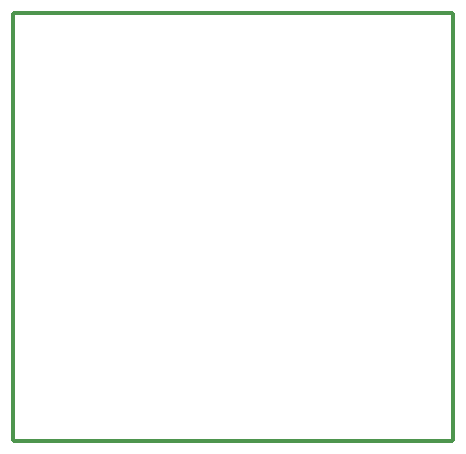
<source format=gko>
G04*
G04 #@! TF.GenerationSoftware,Altium Limited,Altium Designer,22.7.1 (60)*
G04*
G04 Layer_Color=16711935*
%FSLAX44Y44*%
%MOMM*%
G71*
G04*
G04 #@! TF.SameCoordinates,7FD8A325-ED4A-4E6D-A823-A032D3294E47*
G04*
G04*
G04 #@! TF.FilePolarity,Positive*
G04*
G01*
G75*
%ADD20C,0.3000*%
D20*
X371500Y360000D02*
G03*
X370000Y361500I-1500J0D01*
G01*
X371500Y360000D02*
G03*
X370000Y361500I-1500J0D01*
G01*
X370000Y-1500D02*
G03*
X371500Y-0I0J1500D01*
G01*
X370000Y-1500D02*
G03*
X371500Y-0I0J1500D01*
G01*
X-0Y361500D02*
G03*
X-1500Y360000I0J-1500D01*
G01*
X-0Y361500D02*
G03*
X-1500Y360000I0J-1500D01*
G01*
X-1500Y0D02*
G03*
X0Y-1500I1500J0D01*
G01*
X-1500Y0D02*
G03*
X0Y-1500I1500J0D01*
G01*
X371500Y360000D02*
X371500Y-0D01*
X-0Y361500D02*
X370000Y361500D01*
X0Y-1500D02*
X370000Y-1500D01*
X-1500Y360000D02*
X-1500Y0D01*
M02*

</source>
